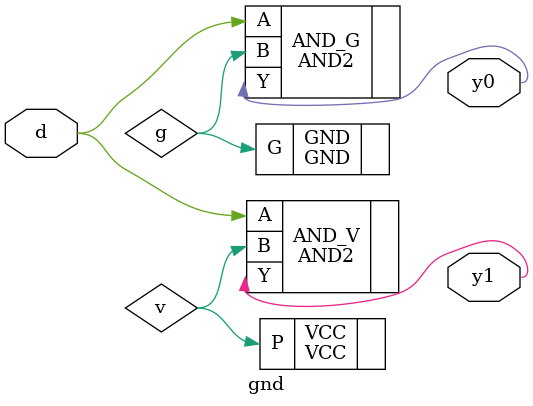
<source format=v>

module gnd (
    d,
    y0,
    y1
);
  input d;
  wire d;
  wire g;
  wire v;
  output y0;
  wire y0;
  output y1;
  wire y1;
  GND GND (.G(g));
  VCC VCC (.P(v));
  AND2 AND_G (
      .A(d),
      .B(g),
      .Y(y0)
  );
  AND2 AND_V (
      .A(d),
      .B(v),
      .Y(y1)
  );

  // CHECK: (BUS (AND d false) (AND d true))
endmodule

</source>
